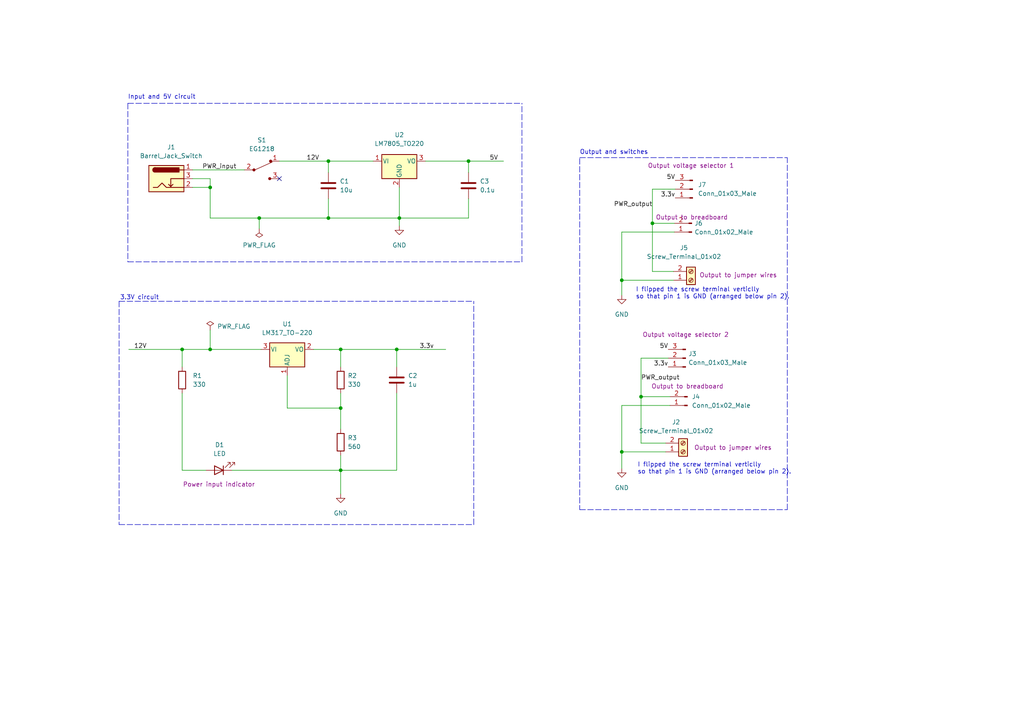
<source format=kicad_sch>
(kicad_sch (version 20211123) (generator eeschema)
  (paper "A4")
  (title_block (title "Learning KiCad with a simple project") (date "2021-07-12") (rev "1") (company "Tech Explorations"))
  (lib_symbols
    (symbol "Connector:Barrel_Jack_Switch" (pin_names hide)
      (property "Reference" "J" (at 0 5.334 0))
      (property "Value" "Barrel_Jack_Switch" (at 0 -5.08 0))
      (symbol "Barrel_Jack_Switch_0_1"
        (rectangle (start -5.08 3.81) (end 5.08 -3.81) (stroke (width 0.254)) (fill (type background)))
        (arc (start -3.302 3.175) (mid -3.937 2.54) (end -3.302 1.905) (stroke (width 0.254)))
        (arc (start -3.302 3.175) (mid -3.937 2.54) (end -3.302 1.905) (stroke (width 0.254)) (fill (type outline)))
        (polyline (pts (xy 1.27 -2.286) (xy 1.905 -1.651)) (stroke (width 0.254)))
        (polyline (pts (xy 5.08 2.54) (xy 3.81 2.54)) (stroke (width 0.254)))
        (polyline (pts (xy 5.08 0) (xy 1.27 0) (xy 1.27 -2.286) (xy 0.635 -1.651)) (stroke (width 0.254)))
        (polyline (pts (xy -3.81 -2.54) (xy -2.54 -2.54) (xy -1.27 -1.27) (xy 0 -2.54) (xy 2.54 -2.54) (xy 5.08 -2.54)) (stroke (width 0.254)))
        (rectangle (start 3.683 3.175) (end -3.302 1.905) (stroke (width 0.254)) (fill (type outline)))
      )
      (symbol "Barrel_Jack_Switch_1_1"
        (pin passive line (at 7.62 2.54 180) (length 2.54) (name "~") (number "1"))
        (pin passive line (at 7.62 -2.54 180) (length 2.54) (name "~") (number "2"))
        (pin passive line (at 7.62 0 180) (length 2.54) (name "~") (number "3"))
      )
    )
    (symbol "Connector:Conn_01x02_Male" (pin_names (offset 1.016) hide)
      (property "Reference" "J" (at 0 2.54 0))
      (property "Value" "Conn_01x02_Male" (at 0 -5.08 0))
      (symbol "Conn_01x02_Male_1_1"
        (polyline (pts (xy 1.27 -2.54) (xy 0.8636 -2.54)) (stroke (width 0.1524)))
        (polyline (pts (xy 1.27 0) (xy 0.8636 0)) (stroke (width 0.1524)))
        (rectangle (start 0.8636 -2.413) (end 0 -2.667) (stroke (width 0.1524)) (fill (type outline)))
        (rectangle (start 0.8636 0.127) (end 0 -0.127) (stroke (width 0.1524)) (fill (type outline)))
        (pin passive line (at 5.08 0 180) (length 3.81) (name "Pin_1") (number "1"))
        (pin passive line (at 5.08 -2.54 180) (length 3.81) (name "Pin_2") (number "2"))
      )
    )
    (symbol "Connector:Conn_01x03_Male" (pin_names (offset 1.016) hide)
      (property "Reference" "J" (at 0 5.08 0))
      (property "Value" "Conn_01x03_Male" (at 0 -5.08 0))
      (symbol "Conn_01x03_Male_1_1"
        (polyline (pts (xy 1.27 -2.54) (xy 0.8636 -2.54)) (stroke (width 0.1524)))
        (polyline (pts (xy 1.27 0) (xy 0.8636 0)) (stroke (width 0.1524)))
        (polyline (pts (xy 1.27 2.54) (xy 0.8636 2.54)) (stroke (width 0.1524)))
        (rectangle (start 0.8636 -2.413) (end 0 -2.667) (stroke (width 0.1524)) (fill (type outline)))
        (rectangle (start 0.8636 0.127) (end 0 -0.127) (stroke (width 0.1524)) (fill (type outline)))
        (rectangle (start 0.8636 2.667) (end 0 2.413) (stroke (width 0.1524)) (fill (type outline)))
        (pin passive line (at 5.08 2.54 180) (length 3.81) (name "Pin_1") (number "1"))
        (pin passive line (at 5.08 0 180) (length 3.81) (name "Pin_2") (number "2"))
        (pin passive line (at 5.08 -2.54 180) (length 3.81) (name "Pin_3") (number "3"))
      )
    )
    (symbol "Connector:Screw_Terminal_01x02" (pin_names (offset 1.016) hide)
      (property "Reference" "J" (at 0 2.54 0))
      (property "Value" "Screw_Terminal_01x02" (at 0 -5.08 0))
      (symbol "Screw_Terminal_01x02_1_1"
        (rectangle (start -1.27 1.27) (end 1.27 -3.81) (stroke (width 0.254)) (fill (type background)))
        (circle (center 0 -2.54) (radius 0.635) (stroke (width 0.1524)))
        (polyline (pts (xy -0.5334 -2.2098) (xy 0.3302 -3.048)) (stroke (width 0.1524)))
        (polyline (pts (xy -0.5334 0.3302) (xy 0.3302 -0.508)) (stroke (width 0.1524)))
        (polyline (pts (xy -0.3556 -2.032) (xy 0.508 -2.8702)) (stroke (width 0.1524)))
        (polyline (pts (xy -0.3556 0.508) (xy 0.508 -0.3302)) (stroke (width 0.1524)))
        (circle (center 0 0) (radius 0.635) (stroke (width 0.1524)))
        (pin passive line (at -5.08 0 0) (length 3.81) (name "Pin_1") (number "1"))
        (pin passive line (at -5.08 -2.54 0) (length 3.81) (name "Pin_2") (number "2"))
      )
    )
    (symbol "Device:C" (pin_numbers hide) (pin_names (offset 0.254))
      (property "Reference" "C" (at 0.635 2.54 0))
      (property "Value" "C" (at 0.635 -2.54 0))
      (symbol "C_0_1"
        (polyline (pts (xy -2.032 -0.762) (xy 2.032 -0.762)) (stroke (width 0.508)))
        (polyline (pts (xy -2.032 0.762) (xy 2.032 0.762)) (stroke (width 0.508)))
      )
      (symbol "C_1_1"
        (pin passive line (at 0 3.81 270) (length 2.794) (name "~") (number "1"))
        (pin passive line (at 0 -3.81 90) (length 2.794) (name "~") (number "2"))
      )
    )
    (symbol "Device:LED" (pin_numbers hide) (pin_names (offset 1.016) hide)
      (property "Reference" "D" (at 0 2.54 0))
      (property "Value" "LED" (at 0 -2.54 0))
      (symbol "LED_0_1"
        (polyline (pts (xy -1.27 -1.27) (xy -1.27 1.27)) (stroke (width 0.254)))
        (polyline (pts (xy -1.27 0) (xy 1.27 0)))
        (polyline (pts (xy 1.27 -1.27) (xy 1.27 1.27) (xy -1.27 0) (xy 1.27 -1.27)) (stroke (width 0.254)))
        (polyline (pts (xy -3.048 -0.762) (xy -4.572 -2.286) (xy -3.81 -2.286) (xy -4.572 -2.286) (xy -4.572 -1.524)))
        (polyline (pts (xy -1.778 -0.762) (xy -3.302 -2.286) (xy -2.54 -2.286) (xy -3.302 -2.286) (xy -3.302 -1.524)))
      )
      (symbol "LED_1_1"
        (pin passive line (at -3.81 0 0) (length 2.54) (name "K") (number "1"))
        (pin passive line (at 3.81 0 180) (length 2.54) (name "A") (number "2"))
      )
    )
    (symbol "Device:R" (pin_numbers hide) (pin_names (offset 0))
      (property "Reference" "R" (at 2.032 0 90))
      (property "Value" "R" (at 0 0 90))
      (symbol "R_0_1"
        (rectangle (start -1.016 -2.54) (end 1.016 2.54) (stroke (width 0.254)))
      )
      (symbol "R_1_1"
        (pin passive line (at 0 3.81 270) (length 1.27) (name "~") (number "1"))
        (pin passive line (at 0 -3.81 90) (length 1.27) (name "~") (number "2"))
      )
    )
    (symbol "Regulator_Linear:LM317_TO-220" (pin_names (offset 0.254))
      (property "Reference" "U" (at -3.81 3.175 0))
      (property "Value" "LM317_TO-220" (at 0 3.175 0))
      (symbol "LM317_TO-220_0_1"
        (rectangle (start -5.08 1.905) (end 5.08 -5.08) (stroke (width 0.254)) (fill (type background)))
      )
      (symbol "LM317_TO-220_1_1"
        (pin input line (at 0 -7.62 90) (length 2.54) (name "ADJ") (number "1"))
        (pin power_out line (at 7.62 0 180) (length 2.54) (name "VO") (number "2"))
        (pin power_in line (at -7.62 0 0) (length 2.54) (name "VI") (number "3"))
      )
    )
    (symbol "Regulator_Linear:LM7805_TO220" (pin_names (offset 0.254))
      (property "Reference" "U" (at -3.81 3.175 0))
      (property "Value" "LM7805_TO220" (at 0 3.175 0))
      (symbol "LM7805_TO220_0_1"
        (rectangle (start -5.08 1.905) (end 5.08 -5.08) (stroke (width 0.254)) (fill (type background)))
      )
      (symbol "LM7805_TO220_1_1"
        (pin power_in line (at -7.62 0 0) (length 2.54) (name "VI") (number "1"))
        (pin power_in line (at 0 -7.62 90) (length 2.54) (name "GND") (number "2"))
        (pin power_out line (at 7.62 0 180) (length 2.54) (name "VO") (number "3"))
      )
    )
    (symbol "dk_Slide-Switches:EG1218" (pin_names (offset 0))
      (property "Reference" "S" (at -3.81 2.286 0))
      (property "Value" "EG1218" (at 0 -5.334 0))
      (symbol "EG1218_0_1"
        (circle (center -2.286 0) (radius 0.3556) (fill (type outline)))
        (polyline (pts (xy -2.032 0) (xy 3.048 2.286)))
        (circle (center 2.286 -2.54) (radius 0.3556) (fill (type outline)))
        (circle (center 2.54 2.54) (radius 0.3556) (fill (type outline)))
      )
      (symbol "EG1218_1_1"
        (pin passive line (at 5.08 2.54 180) (length 2.54) (name "~") (number "1"))
        (pin passive line (at -5.08 0 0) (length 2.54) (name "~") (number "2"))
        (pin passive line (at 5.08 -2.54 180) (length 2.54) (name "~") (number "3"))
      )
    )
    (symbol "power:GND" (power) (pin_names (offset 0))
      (property "Value" "GND" (at 0 -3.81 0))
      (symbol "GND_0_1"
        (polyline (pts (xy 0 0) (xy 0 -1.27) (xy 1.27 -1.27) (xy 0 -2.54) (xy -1.27 -1.27) (xy 0 -1.27)))
      )
      (symbol "GND_1_1"
        (pin power_in line (at 0 0 270) (length 0) hide (name "GND") (number "1"))
      )
    )
    (symbol "power:PWR_FLAG" (power) (pin_numbers hide) (pin_names (offset 0) hide)
      (property "Value" "PWR_FLAG" (at 0 3.81 0))
      (symbol "PWR_FLAG_0_0"
        (pin power_out line (at 0 0 90) (length 0) (name "pwr") (number "1"))
      )
      (symbol "PWR_FLAG_0_1"
        (polyline (pts (xy 0 0) (xy 0 1.27) (xy -1.016 1.905) (xy 0 2.54) (xy 1.016 1.905) (xy 0 1.27)))
      )
    )
  )
  (junction (at 180.34 81.28) (diameter 0.9144))
  (junction (at 135.89 46.736) (diameter 0.9144))
  (junction (at 115.062 101.346) (diameter 0.9144))
  (junction (at 115.824 63.246) (diameter 0.9144))
  (junction (at 189.23 64.77) (diameter 0.9144))
  (junction (at 75.184 63.246) (diameter 0.9144))
  (junction (at 98.806 118.364) (diameter 0.9144))
  (junction (at 180.34 131.064) (diameter 0.9144))
  (junction (at 95.25 63.246) (diameter 0.9144))
  (junction (at 95.25 46.736) (diameter 0.9144))
  (junction (at 52.832 101.346) (diameter 0.9144))
  (junction (at 98.806 136.398) (diameter 0.9144))
  (junction (at 60.96 54.356) (diameter 0.9144))
  (junction (at 185.928 115.062) (diameter 0.9144))
  (junction (at 98.806 101.346) (diameter 0.9144))
  (junction (at 60.96 101.346) (diameter 0.9144))
  (no_connect (at 81.026 51.816))
  (wire (pts (xy 98.806 136.398) (xy 98.806 143.256)))
  (wire (pts (xy 55.88 51.816) (xy 60.96 51.816)))
  (wire (pts (xy 60.96 51.816) (xy 60.96 54.356)))
  (wire (pts (xy 60.96 54.356) (xy 60.96 63.246)))
  (wire (pts (xy 60.96 63.246) (xy 75.184 63.246)))
  (wire (pts (xy 75.184 63.246) (xy 95.25 63.246)))
  (wire (pts (xy 95.25 63.246) (xy 115.824 63.246)))
  (wire (pts (xy 95.25 46.736) (xy 95.25 50.038)))
  (wire (pts (xy 180.34 81.28) (xy 180.34 85.598)))
  (wire (pts (xy 195.326 81.28) (xy 180.34 81.28)))
  (wire (pts (xy 135.89 57.658) (xy 135.89 63.246)))
  (wire (pts (xy 135.89 63.246) (xy 115.824 63.246)))
  (wire (pts (xy 115.062 101.346) (xy 115.062 106.426)))
  (wire (pts (xy 52.832 106.426) (xy 52.832 101.346)))
  (wire (pts (xy 115.062 114.046) (xy 115.062 136.398)))
  (wire (pts (xy 115.062 136.398) (xy 98.806 136.398)))
  (wire (pts (xy 185.928 115.062) (xy 185.928 128.524)))
  (wire (pts (xy 193.04 128.524) (xy 185.928 128.524)))
  (wire (pts (xy 81.026 46.736) (xy 95.25 46.736)))
  (wire (pts (xy 95.25 46.736) (xy 108.204 46.736)))
  (wire (pts (xy 90.932 101.346) (xy 98.806 101.346)))
  (wire (pts (xy 98.806 101.346) (xy 115.062 101.346)))
  (wire (pts (xy 115.062 101.346) (xy 129.286 101.346)))
  (wire (pts (xy 60.96 95.758) (xy 60.96 101.346)))
  (wire (pts (xy 185.928 103.886) (xy 185.928 115.062)))
  (wire (pts (xy 185.928 115.062) (xy 194.31 115.062)))
  (wire (pts (xy 193.802 103.886) (xy 185.928 103.886)))
  (wire (pts (xy 75.184 63.246) (xy 75.184 66.294)))
  (polyline (pts (xy 168.148 45.72) (xy 228.346 45.72)) (stroke (width 0) (type dash)))
  (polyline (pts (xy 168.148 45.974) (xy 168.148 147.828)) (stroke (width 0) (type dash)))
  (polyline (pts (xy 168.148 147.828) (xy 228.346 147.828)) (stroke (width 0) (type dash)))
  (polyline (pts (xy 228.346 147.828) (xy 228.346 45.72)) (stroke (width 0) (type dash)))
  (wire (pts (xy 55.88 54.356) (xy 60.96 54.356)))
  (wire (pts (xy 52.832 114.046) (xy 52.832 136.398)))
  (wire (pts (xy 180.34 117.602) (xy 180.34 131.064)))
  (wire (pts (xy 180.34 131.064) (xy 180.34 135.89)))
  (wire (pts (xy 193.04 131.064) (xy 180.34 131.064)))
  (wire (pts (xy 83.312 108.966) (xy 83.312 118.364)))
  (wire (pts (xy 83.312 118.364) (xy 98.806 118.364)))
  (polyline (pts (xy 37.084 29.972) (xy 37.084 75.946)) (stroke (width 0) (type dash)))
  (polyline (pts (xy 37.084 29.972) (xy 151.384 29.972)) (stroke (width 0) (type dash)))
  (polyline (pts (xy 37.084 75.946) (xy 151.384 75.946)) (stroke (width 0) (type dash)))
  (polyline (pts (xy 151.384 75.946) (xy 151.384 29.972)) (stroke (width 0) (type dash)))
  (wire (pts (xy 115.824 54.356) (xy 115.824 63.246)))
  (wire (pts (xy 115.824 63.246) (xy 115.824 65.532)))
  (wire (pts (xy 194.31 117.602) (xy 180.34 117.602)))
  (wire (pts (xy 189.23 54.864) (xy 189.23 64.77)))
  (wire (pts (xy 195.834 54.864) (xy 189.23 54.864)))
  (wire (pts (xy 189.23 64.77) (xy 189.23 78.74)))
  (wire (pts (xy 189.23 78.74) (xy 195.326 78.74)))
  (wire (pts (xy 195.58 64.77) (xy 189.23 64.77)))
  (wire (pts (xy 98.806 114.046) (xy 98.806 118.364)))
  (wire (pts (xy 98.806 118.364) (xy 98.806 124.46)))
  (wire (pts (xy 95.25 57.658) (xy 95.25 63.246)))
  (polyline (pts (xy 34.544 87.376) (xy 34.544 152.146)) (stroke (width 0) (type dash)))
  (polyline (pts (xy 34.544 87.376) (xy 137.414 87.376)) (stroke (width 0) (type dash)))
  (polyline (pts (xy 34.544 152.146) (xy 137.414 152.146)) (stroke (width 0) (type dash)))
  (polyline (pts (xy 137.414 152.146) (xy 137.414 87.376)) (stroke (width 0) (type dash)))
  (wire (pts (xy 55.88 49.276) (xy 70.866 49.276)))
  (wire (pts (xy 180.34 67.31) (xy 180.34 81.28)))
  (wire (pts (xy 195.58 67.31) (xy 180.34 67.31)))
  (wire (pts (xy 123.444 46.736) (xy 135.89 46.736)))
  (wire (pts (xy 135.89 46.736) (xy 146.05 46.736)))
  (wire (pts (xy 98.806 101.346) (xy 98.806 106.426)))
  (wire (pts (xy 135.89 46.736) (xy 135.89 50.038)))
  (wire (pts (xy 37.338 101.346) (xy 52.832 101.346)))
  (wire (pts (xy 52.832 101.346) (xy 60.96 101.346)))
  (wire (pts (xy 60.96 101.346) (xy 75.692 101.346)))
  (wire (pts (xy 67.31 136.398) (xy 98.806 136.398)))
  (wire (pts (xy 98.806 136.398) (xy 98.806 132.08)))
  (wire (pts (xy 59.69 136.398) (xy 52.832 136.398)))
  (text "Output and switches" (at 168.148 44.958 0) (effects (font (size 1.27 1.27)) (justify left bottom)))
  (text "I flipped the screw terminal verticlly \nso that pin 1 is GND (arranged below pin 2)." (at 184.404 86.868 0) (effects (font (size 1.27 1.27)) (justify left bottom)))
  (text "Input and 5V circuit" (at 37.084 28.956 0) (effects (font (size 1.27 1.27)) (justify left bottom)))
  (text "I flipped the screw terminal verticlly \nso that pin 1 is GND (arranged below pin 2)." (at 184.912 137.668 0) (effects (font (size 1.27 1.27)) (justify left bottom)))
  (text "3.3V circuit" (at 34.798 87.122 0) (effects (font (size 1.27 1.27)) (justify left bottom)))
  (label "5V" (at 195.834 52.324 180))
  (label "5V" (at 193.802 101.346 180))
  (label "PWR_input" (at 58.674 49.276 0))
  (label "PWR_output" (at 185.928 110.49 0))
  (label "3.3v" (at 121.666 101.346 0))
  (label "12V" (at 88.9 46.736 0))
  (label "PWR_output" (at 189.23 60.198 180))
  (label "5V" (at 141.986 46.736 0))
  (label "12V" (at 38.862 101.346 0))
  (label "3.3v" (at 193.802 106.426 180))
  (label "3.3v" (at 195.834 57.404 180))
  (symbol (lib_id "power:PWR_FLAG") (at 75.184 66.294 180) (unit 1)
    (property "Reference" "#FLG02" (effects hide))
    (property "Value" "PWR_FLAG" (at 75.184 71.12 0))
  )
  (symbol (lib_id "dk_Slide-Switches:EG1218") (at 75.946 49.276 0) (unit 1)
    (property "Reference" "S1" (at 75.946 40.64 0))
    (property "Value" "EG1218" (at 75.946 43.18 0))
    (property "Footprint" "digikey-footprints:Switch_Slide_11.6x4mm_EG1218" (effects hide))
    (property "Datasheet" "http://spec_sheets.e-switch.com/specs/P040040.pdf" (effects hide))
    (property "Digi-Key_PN" "EG1903-ND" (effects hide))
    (property "MPN" "EG1218" (effects hide))
    (property "Category" "Switches" (effects hide))
    (property "Family" "Slide Switches" (effects hide))
    (property "DK_Datasheet_Link" "http://spec_sheets.e-switch.com/specs/P040040.pdf" (effects hide))
    (property "DK_Detail_Page" "/product-detail/en/e-switch/EG1218/EG1903-ND/101726" (effects hide))
    (property "Description" "SWITCH SLIDE SPDT 200MA 30V" (effects hide))
    (property "Manufacturer" "E-Switch" (effects hide))
    (property "Status" "Active" (effects hide))
  )
  (symbol (lib_id "Device:LED") (at 63.5 136.398 180) (unit 1)
    (property "Reference" "D1" (at 63.6905 129.032 0))
    (property "Value" "LED" (at 63.6905 131.572 0))
    (property "Footprint" "LED_THT:LED_D5.0mm" (effects hide))
    (property "Purpose" "Power input indicator" (at 63.5 140.462 0))
  )
  (symbol (lib_id "Device:R") (at 52.832 110.236 180) (unit 1)
    (property "Reference" "R1" (at 55.88 108.9659 0) (effects (justify right)))
    (property "Value" "330" (at 55.88 111.5059 0) (effects (justify right)))
    (property "Footprint" "Resistor_THT:R_Axial_DIN0204_L3.6mm_D1.6mm_P7.62mm_Horizontal" (effects hide))
  )
  (symbol (lib_id "power:GND") (at 180.34 135.89 0) (unit 1)
    (property "Reference" "#PWR04" (effects hide))
    (property "Value" "GND" (at 180.34 141.478 0))
  )
  (symbol (lib_id "Connector:Screw_Terminal_01x02") (at 198.12 131.064 0) (mirror x) (unit 1)
    (property "Reference" "J2" (at 196.088 122.428 0))
    (property "Value" "Screw_Terminal_01x02" (at 196.088 124.968 0))
    (property "Footprint" "TerminalBlock:TerminalBlock_bornier-2_P5.08mm" (effects hide))
    (property "Purpose" "Output to jumper wires" (at 212.598 129.794 0))
  )
  (symbol (lib_id "Connector:Conn_01x03_Male") (at 198.882 103.886 180) (unit 1)
    (property "Reference" "J3" (at 199.644 102.6159 0) (effects (justify right)))
    (property "Value" "Conn_01x03_Male" (at 199.644 105.1559 0) (effects (justify right)))
    (property "Footprint" "Connector_PinHeader_2.54mm:PinHeader_1x03_P2.54mm_Vertical" (effects hide))
    (property "Purpose" "Output voltage selector 2" (at 198.882 97.028 0))
  )
  (symbol (lib_id "Device:R") (at 98.806 128.27 180) (unit 1)
    (property "Reference" "R3" (at 100.838 126.9999 0) (effects (justify right)))
    (property "Value" "560" (at 100.838 129.5399 0) (effects (justify right)))
    (property "Footprint" "Resistor_THT:R_Axial_DIN0204_L3.6mm_D1.6mm_P7.62mm_Horizontal" (effects hide))
  )
  (symbol (lib_id "Device:R") (at 98.806 110.236 180) (unit 1)
    (property "Reference" "R2" (at 100.838 108.9659 0) (effects (justify right)))
    (property "Value" "330" (at 100.838 111.5059 0) (effects (justify right)))
    (property "Footprint" "Resistor_THT:R_Axial_DIN0204_L3.6mm_D1.6mm_P7.62mm_Horizontal" (effects hide))
  )
  (symbol (lib_id "power:GND") (at 180.34 85.598 0) (unit 1)
    (property "Reference" "#PWR03" (effects hide))
    (property "Value" "GND" (at 180.34 91.186 0))
  )
  (symbol (lib_id "Connector:Barrel_Jack_Switch") (at 48.26 51.816 0) (unit 1)
    (property "Reference" "J1" (at 49.657 42.672 0))
    (property "Value" "Barrel_Jack_Switch" (at 49.657 45.212 0))
    (property "Footprint" "Connector_BarrelJack:BarrelJack_Horizontal" (effects hide))
  )
  (symbol (lib_id "Regulator_Linear:LM317_TO-220") (at 83.312 101.346 0) (unit 1)
    (property "Reference" "U1" (at 83.312 93.98 0))
    (property "Value" "LM317_TO-220" (at 83.312 96.52 0))
    (property "Footprint" "Package_TO_SOT_THT:TO-220-3_Vertical" (effects hide))
    (property "Datasheet" "http://www.ti.com/lit/ds/symlink/lm317.pdf" (effects hide))
  )
  (symbol (lib_id "power:PWR_FLAG") (at 60.96 95.758 0) (unit 1)
    (property "Reference" "#FLG01" (effects hide))
    (property "Value" "PWR_FLAG" (at 62.992 94.6784 0) (effects (justify left)))
  )
  (symbol (lib_id "power:GND") (at 98.806 143.256 0) (unit 1)
    (property "Reference" "#PWR01" (effects hide))
    (property "Value" "GND" (at 98.806 148.844 0))
  )
  (symbol (lib_id "Device:C") (at 115.062 110.236 0) (unit 1)
    (property "Reference" "C2" (at 118.364 108.9659 0) (effects (justify left)))
    (property "Value" "1u" (at 118.364 111.5059 0) (effects (justify left)))
    (property "Footprint" "Capacitor_THT:C_Disc_D3.0mm_W1.6mm_P2.50mm" (effects hide))
  )
  (symbol (lib_id "Connector:Screw_Terminal_01x02") (at 200.406 81.28 0) (mirror x) (unit 1)
    (property "Reference" "J5" (at 198.374 71.882 0))
    (property "Value" "Screw_Terminal_01x02" (at 198.374 74.422 0))
    (property "Footprint" "TerminalBlock:TerminalBlock_bornier-2_P5.08mm" (effects hide))
    (property "Purpose" "Output to jumper wires" (at 214.122 79.756 0))
  )
  (symbol (lib_id "power:GND") (at 115.824 65.532 0) (unit 1)
    (property "Reference" "#PWR02" (effects hide))
    (property "Value" "GND" (at 115.824 71.12 0))
  )
  (symbol (lib_id "Connector:Conn_01x03_Male") (at 200.914 54.864 180) (unit 1)
    (property "Reference" "J7" (at 202.438 53.5939 0) (effects (justify right)))
    (property "Value" "Conn_01x03_Male" (at 202.438 56.1339 0) (effects (justify right)))
    (property "Footprint" "Connector_PinHeader_2.54mm:PinHeader_1x03_P2.54mm_Vertical" (effects hide))
    (property "Purpose" "Output voltage selector 1" (at 200.406 48.006 0))
  )
  (symbol (lib_id "Connector:Conn_01x02_Male") (at 200.66 67.31 180) (unit 1)
    (property "Reference" "J6" (at 201.422 64.7699 0) (effects (justify right)))
    (property "Value" "Conn_01x02_Male" (at 201.422 67.3099 0) (effects (justify right)))
    (property "Footprint" "Connector_PinHeader_2.54mm:PinHeader_1x02_P2.54mm_Vertical" (effects hide))
    (property "Purpose" "Output to breadboard" (at 200.66 62.992 0))
  )
  (symbol (lib_id "Device:C") (at 95.25 53.848 0) (unit 1)
    (property "Reference" "C1" (at 98.552 52.5779 0) (effects (justify left)))
    (property "Value" "10u" (at 98.552 55.1179 0) (effects (justify left)))
    (property "Footprint" "Capacitor_THT:C_Disc_D3.0mm_W1.6mm_P2.50mm" (effects hide))
  )
  (symbol (lib_id "Device:C") (at 135.89 53.848 0) (unit 1)
    (property "Reference" "C3" (at 139.192 52.5779 0) (effects (justify left)))
    (property "Value" "0.1u" (at 139.192 55.1179 0) (effects (justify left)))
    (property "Footprint" "Capacitor_THT:C_Disc_D3.0mm_W1.6mm_P2.50mm" (effects hide))
  )
  (symbol (lib_id "Connector:Conn_01x02_Male") (at 199.39 117.602 180) (unit 1)
    (property "Reference" "J4" (at 200.66 115.0619 0) (effects (justify right)))
    (property "Value" "Conn_01x02_Male" (at 200.66 117.6019 0) (effects (justify right)))
    (property "Footprint" "Connector_PinHeader_2.54mm:PinHeader_1x02_P2.54mm_Vertical" (effects hide))
    (property "Purpose" "Output to breadboard" (at 199.39 112.014 0))
  )
  (symbol (lib_id "Regulator_Linear:LM7805_TO220") (at 115.824 46.736 0) (unit 1)
    (property "Reference" "U2" (at 115.824 39.116 0))
    (property "Value" "LM7805_TO220" (at 115.824 41.656 0))
    (property "Footprint" "Package_TO_SOT_THT:TO-220-3_Vertical" (effects hide))
    (property "Datasheet" "https://www.onsemi.cn/PowerSolutions/document/MC7800-D.PDF" (effects hide))
  )
)
</source>
